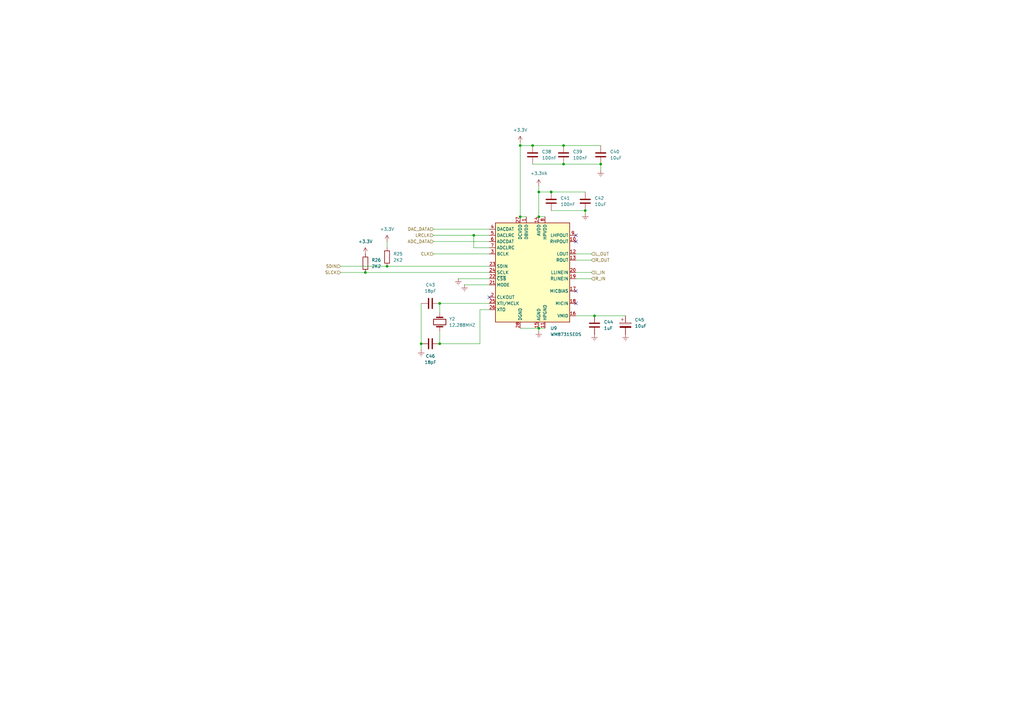
<source format=kicad_sch>
(kicad_sch (version 20231120) (generator "eeschema") (generator_version "8.0")
  (paper "A3")
  (lib_symbols
    (symbol "Audio:WM8731SEDS"
      (property "Reference" "U" (at -13.97 21.59 0))
      (property "Value" "WM8731SEDS" (at 0 5.08 0))
      (symbol "WM8731SEDS_0_1"
        (rectangle (start -15.24 20.32) (end 15.24 -20.32) (stroke (width 0.254)) (fill (type background)))
      )
      (symbol "WM8731SEDS_1_1"
        (pin power_in line (at -2.54 22.86 270) (length 2.54) (name "DBVDD") (number "1"))
        (pin output line (at 17.78 12.7 180) (length 2.54) (name "RHPOUT") (number "10"))
        (pin power_in line (at 5.08 -22.86 90) (length 2.54) (name "HPGND") (number "11"))
        (pin output line (at 17.78 7.62 180) (length 2.54) (name "LOUT") (number "12"))
        (pin output line (at 17.78 5.08 180) (length 2.54) (name "ROUT") (number "13"))
        (pin power_in line (at 2.54 22.86 270) (length 2.54) (name "AVDD") (number "14"))
        (pin power_in line (at 2.54 -22.86 90) (length 2.54) (name "AGND") (number "15"))
        (pin passive line (at 17.78 -17.78 180) (length 2.54) (name "VMID") (number "16"))
        (pin output line (at 17.78 -7.62 180) (length 2.54) (name "MICBIAS") (number "17"))
        (pin input line (at 17.78 -12.7 180) (length 2.54) (name "MICIN") (number "18"))
        (pin input line (at 17.78 -2.54 180) (length 2.54) (name "RLINEIN") (number "19"))
        (pin output line (at -17.78 -10.16 0) (length 2.54) (name "CLKOUT") (number "2"))
        (pin input line (at 17.78 0 180) (length 2.54) (name "LLINEIN") (number "20"))
        (pin input line (at -17.78 -5.08 0) (length 2.54) (name "MODE") (number "21"))
        (pin input line (at -17.78 -2.54 0) (length 2.54) (name "~{CSB}") (number "22"))
        (pin bidirectional line (at -17.78 2.54 0) (length 2.54) (name "SDIN") (number "23"))
        (pin input line (at -17.78 0 0) (length 2.54) (name "SCLK") (number "24"))
        (pin input line (at -17.78 -12.7 0) (length 2.54) (name "XTI/MCLK") (number "25"))
        (pin output line (at -17.78 -15.24 0) (length 2.54) (name "XTO") (number "26"))
        (pin power_in line (at -5.08 22.86 270) (length 2.54) (name "DCVDD") (number "27"))
        (pin power_in line (at -5.08 -22.86 90) (length 2.54) (name "DGND") (number "28"))
        (pin bidirectional line (at -17.78 7.62 0) (length 2.54) (name "BCLK") (number "3"))
        (pin input line (at -17.78 17.78 0) (length 2.54) (name "DACDAT") (number "4"))
        (pin bidirectional line (at -17.78 15.24 0) (length 2.54) (name "DACLRC") (number "5"))
        (pin output line (at -17.78 12.7 0) (length 2.54) (name "ADCDAT") (number "6"))
        (pin bidirectional line (at -17.78 10.16 0) (length 2.54) (name "ADCLRC") (number "7"))
        (pin power_in line (at 5.08 22.86 270) (length 2.54) (name "HPVDD") (number "8"))
        (pin output line (at 17.78 15.24 180) (length 2.54) (name "LHPOUT") (number "9"))
      )
    )
    (symbol "Device:C" (pin_numbers hide) (pin_names (offset 0.254))
      (property "Reference" "C" (at 0.635 2.54 0))
      (property "Value" "C" (at 0.635 -2.54 0))
      (symbol "C_0_1"
        (polyline (pts (xy -2.032 -0.762) (xy 2.032 -0.762)) (stroke (width 0.508)))
        (polyline (pts (xy -2.032 0.762) (xy 2.032 0.762)) (stroke (width 0.508)))
      )
      (symbol "C_1_1"
        (pin passive line (at 0 3.81 270) (length 2.794) (name "~") (number "1"))
        (pin passive line (at 0 -3.81 90) (length 2.794) (name "~") (number "2"))
      )
    )
    (symbol "Device:C_Polarized" (pin_numbers hide) (pin_names (offset 0.254))
      (property "Reference" "C" (at 0.635 2.54 0))
      (property "Value" "C_Polarized" (at 0.635 -2.54 0))
      (symbol "C_Polarized_0_1"
        (rectangle (start -2.286 0.508) (end 2.286 1.016))
        (polyline (pts (xy -1.778 2.286) (xy -0.762 2.286)))
        (polyline (pts (xy -1.27 2.794) (xy -1.27 1.778)))
        (rectangle (start 2.286 -0.508) (end -2.286 -1.016) (fill (type outline)))
      )
      (symbol "C_Polarized_1_1"
        (pin passive line (at 0 3.81 270) (length 2.794) (name "~") (number "1"))
        (pin passive line (at 0 -3.81 90) (length 2.794) (name "~") (number "2"))
      )
    )
    (symbol "Device:Crystal" (pin_numbers hide) (pin_names (offset 1.016) hide)
      (property "Reference" "Y" (at 0 3.81 0))
      (property "Value" "Crystal" (at 0 -3.81 0))
      (symbol "Crystal_0_1"
        (rectangle (start -1.143 2.54) (end 1.143 -2.54) (stroke (width 0.3048)))
        (polyline (pts (xy -2.54 0) (xy -1.905 0)))
        (polyline (pts (xy -1.905 -1.27) (xy -1.905 1.27)) (stroke (width 0.508)))
        (polyline (pts (xy 1.905 -1.27) (xy 1.905 1.27)) (stroke (width 0.508)))
        (polyline (pts (xy 2.54 0) (xy 1.905 0)))
      )
      (symbol "Crystal_1_1"
        (pin passive line (at -3.81 0 0) (length 1.27) (name "1") (number "1"))
        (pin passive line (at 3.81 0 180) (length 1.27) (name "2") (number "2"))
      )
    )
    (symbol "Device:R" (pin_numbers hide) (pin_names (offset 0))
      (property "Reference" "R" (at 2.032 0 90))
      (property "Value" "R" (at 0 0 90))
      (symbol "R_0_1"
        (rectangle (start -1.016 -2.54) (end 1.016 2.54) (stroke (width 0.254)))
      )
      (symbol "R_1_1"
        (pin passive line (at 0 3.81 270) (length 1.27) (name "~") (number "1"))
        (pin passive line (at 0 -3.81 90) (length 1.27) (name "~") (number "2"))
      )
    )
    (symbol "power:+3.3V" (power) (pin_numbers hide) (pin_names (offset 0) hide)
      (property "Value" "+3.3V" (at 0 3.556 0))
      (symbol "+3.3V_0_1"
        (polyline (pts (xy -0.762 1.27) (xy 0 2.54)))
        (polyline (pts (xy 0 0) (xy 0 2.54)))
        (polyline (pts (xy 0 2.54) (xy 0.762 1.27)))
      )
      (symbol "+3.3V_1_1"
        (pin power_in line (at 0 0 90) (length 0) (name "~") (number "1"))
      )
    )
    (symbol "power:GNDREF" (power) (pin_numbers hide) (pin_names (offset 0) hide)
      (property "Value" "GNDREF" (at 0 -3.81 0))
      (symbol "GNDREF_0_1"
        (polyline (pts (xy -0.635 -1.905) (xy 0.635 -1.905)))
        (polyline (pts (xy -0.127 -2.54) (xy 0.127 -2.54)))
        (polyline (pts (xy 0 -1.27) (xy 0 0)))
        (polyline (pts (xy 1.27 -1.27) (xy -1.27 -1.27)))
      )
      (symbol "GNDREF_1_1"
        (pin power_in line (at 0 0 270) (length 0) (name "~") (number "1"))
      )
    )
  )
  (junction (at 240.03 86.36))
  (junction (at 231.14 59.69))
  (junction (at 246.38 67.31))
  (junction (at 180.34 124.46))
  (junction (at 213.36 59.69))
  (junction (at 220.98 88.9))
  (junction (at 243.84 129.54))
  (junction (at 194.31 96.52))
  (junction (at 180.34 140.97))
  (junction (at 172.72 140.97))
  (junction (at 158.75 109.22))
  (junction (at 220.98 134.62))
  (junction (at 213.36 88.9))
  (junction (at 226.06 78.74))
  (junction (at 220.98 78.74))
  (junction (at 231.14 67.31))
  (junction (at 218.44 59.69))
  (junction (at 149.86 111.76))
  (no_connect (at 200.66 121.92))
  (no_connect (at 236.22 119.38))
  (no_connect (at 236.22 99.06))
  (no_connect (at 236.22 124.46))
  (no_connect (at 236.22 96.52))
  (wire (pts (xy 240.03 86.36) (xy 226.06 86.36)))
  (wire (pts (xy 194.31 96.52) (xy 200.66 96.52)))
  (wire (pts (xy 213.36 88.9) (xy 215.9 88.9)))
  (wire (pts (xy 242.57 104.14) (xy 236.22 104.14)))
  (wire (pts (xy 177.8 104.14) (xy 200.66 104.14)))
  (wire (pts (xy 139.7 111.76) (xy 149.86 111.76)))
  (wire (pts (xy 180.34 135.89) (xy 180.34 140.97)))
  (wire (pts (xy 236.22 114.3) (xy 242.57 114.3)))
  (wire (pts (xy 243.84 129.54) (xy 256.54 129.54)))
  (wire (pts (xy 190.5 116.84) (xy 200.66 116.84)))
  (wire (pts (xy 172.72 140.97) (xy 172.72 143.51)))
  (wire (pts (xy 236.22 111.76) (xy 242.57 111.76)))
  (wire (pts (xy 231.14 59.69) (xy 246.38 59.69)))
  (wire (pts (xy 196.85 127) (xy 196.85 140.97)))
  (wire (pts (xy 213.36 59.69) (xy 213.36 88.9)))
  (wire (pts (xy 177.8 96.52) (xy 194.31 96.52)))
  (wire (pts (xy 220.98 78.74) (xy 226.06 78.74)))
  (wire (pts (xy 231.14 67.31) (xy 246.38 67.31)))
  (wire (pts (xy 158.75 109.22) (xy 200.66 109.22)))
  (wire (pts (xy 177.8 99.06) (xy 200.66 99.06)))
  (wire (pts (xy 246.38 69.85) (xy 246.38 67.31)))
  (wire (pts (xy 158.75 99.06) (xy 158.75 101.6)))
  (wire (pts (xy 139.7 109.22) (xy 158.75 109.22)))
  (wire (pts (xy 236.22 106.68) (xy 242.57 106.68)))
  (wire (pts (xy 194.31 101.6) (xy 194.31 96.52)))
  (wire (pts (xy 213.36 134.62) (xy 220.98 134.62)))
  (wire (pts (xy 213.36 58.42) (xy 213.36 59.69)))
  (wire (pts (xy 218.44 67.31) (xy 231.14 67.31)))
  (wire (pts (xy 187.96 114.3) (xy 200.66 114.3)))
  (wire (pts (xy 240.03 86.36) (xy 240.03 87.63)))
  (wire (pts (xy 220.98 88.9) (xy 223.52 88.9)))
  (wire (pts (xy 180.34 124.46) (xy 200.66 124.46)))
  (wire (pts (xy 213.36 59.69) (xy 218.44 59.69)))
  (wire (pts (xy 226.06 78.74) (xy 240.03 78.74)))
  (wire (pts (xy 177.8 93.98) (xy 200.66 93.98)))
  (wire (pts (xy 172.72 124.46) (xy 172.72 140.97)))
  (wire (pts (xy 220.98 134.62) (xy 223.52 134.62)))
  (wire (pts (xy 218.44 59.69) (xy 231.14 59.69)))
  (wire (pts (xy 220.98 76.2) (xy 220.98 78.74)))
  (wire (pts (xy 194.31 101.6) (xy 200.66 101.6)))
  (wire (pts (xy 220.98 78.74) (xy 220.98 88.9)))
  (wire (pts (xy 196.85 140.97) (xy 180.34 140.97)))
  (wire (pts (xy 243.84 129.54) (xy 236.22 129.54)))
  (wire (pts (xy 180.34 128.27) (xy 180.34 124.46)))
  (wire (pts (xy 220.98 135.89) (xy 220.98 134.62)))
  (wire (pts (xy 149.86 111.76) (xy 200.66 111.76)))
  (wire (pts (xy 200.66 127) (xy 196.85 127)))
  (hierarchical_label "R_OUT" (shape input) (at 242.57 106.68 0))
  (hierarchical_label "L_IN" (shape input) (at 242.57 111.76 0))
  (hierarchical_label "ADC_DATA" (shape input) (at 177.8 99.06 180))
  (hierarchical_label "SDIN" (shape input) (at 139.7 109.22 180))
  (hierarchical_label "SLCK" (shape input) (at 139.7 111.76 180))
  (hierarchical_label "LRCLK" (shape input) (at 177.8 96.52 180))
  (hierarchical_label "CLK" (shape input) (at 177.8 104.14 180))
  (hierarchical_label "R_IN" (shape input) (at 242.57 114.3 0))
  (hierarchical_label "L_OUT" (shape input) (at 242.57 104.14 0))
  (hierarchical_label "DAC_DATA" (shape input) (at 177.8 93.98 180))
  (symbol (lib_id "Device:C") (at 226.06 82.55 180) (unit 1)
    (property "Reference" "C41" (at 229.87 81.2799 0) (effects (justify right)))
    (property "Value" "100nF" (at 229.87 83.8199 0) (effects (justify right)))
    (property "Footprint" "Capacitor_SMD:C_0805_2012Metric_Pad1.18x1.45mm_HandSolder" (effects (hide yes)))
    (property "Description" "Unpolarized capacitor" (effects (hide yes)))
  )
  (symbol (lib_id "power:GNDREF") (at 190.5 116.84 0) (unit 1)
    (property "Reference" "#PWR069" (effects (hide yes)))
    (property "Value" "GNDREF" (effects (hide yes)))
    (property "Description" "Power symbol creates a global label with name \"GNDREF\" , reference supply ground" (effects (hide yes)))
  )
  (symbol (lib_id "power:GNDREF") (at 220.98 135.89 0) (unit 1)
    (property "Reference" "#PWR070" (effects (hide yes)))
    (property "Value" "GNDREF" (effects (hide yes)))
    (property "Description" "Power symbol creates a global label with name \"GNDREF\" , reference supply ground" (effects (hide yes)))
  )
  (symbol (lib_id "Device:C") (at 176.53 124.46 270) (unit 1)
    (property "Reference" "C43" (at 176.53 116.84 90))
    (property "Value" "18pF" (at 176.53 119.38 90))
    (property "Footprint" "Capacitor_SMD:C_0805_2012Metric_Pad1.18x1.45mm_HandSolder" (effects (hide yes)))
    (property "Description" "Unpolarized capacitor" (effects (hide yes)))
  )
  (symbol (lib_id "power:GNDREF") (at 240.03 87.63 0) (unit 1)
    (property "Reference" "#PWR065" (effects (hide yes)))
    (property "Value" "GNDREF" (effects (hide yes)))
    (property "Description" "Power symbol creates a global label with name \"GNDREF\" , reference supply ground" (effects (hide yes)))
  )
  (symbol (lib_id "Device:C") (at 243.84 133.35 180) (unit 1)
    (property "Reference" "C44" (at 247.65 132.0799 0) (effects (justify right)))
    (property "Value" "1uF" (at 247.65 134.6199 0) (effects (justify right)))
    (property "Footprint" "Capacitor_SMD:C_0805_2012Metric_Pad1.18x1.45mm_HandSolder" (effects (hide yes)))
    (property "Description" "Unpolarized capacitor" (effects (hide yes)))
  )
  (symbol (lib_id "power:GNDREF") (at 172.72 143.51 0) (unit 1)
    (property "Reference" "#PWR073" (effects (hide yes)))
    (property "Value" "GNDREF" (effects (hide yes)))
    (property "Description" "Power symbol creates a global label with name \"GNDREF\" , reference supply ground" (effects (hide yes)))
  )
  (symbol (lib_id "Device:R") (at 149.86 107.95 180) (unit 1)
    (property "Reference" "R26" (at 152.4 106.6799 0) (effects (justify right)))
    (property "Value" "2K2" (at 152.4 109.2199 0) (effects (justify right)))
    (property "Footprint" "Resistor_SMD:R_0805_2012Metric_Pad1.20x1.40mm_HandSolder" (effects (hide yes)))
    (property "Description" "Resistor" (effects (hide yes)))
  )
  (symbol (lib_id "power:GNDREF") (at 243.84 137.16 0) (unit 1)
    (property "Reference" "#PWR071" (effects (hide yes)))
    (property "Value" "GNDREF" (effects (hide yes)))
    (property "Description" "Power symbol creates a global label with name \"GNDREF\" , reference supply ground" (effects (hide yes)))
  )
  (symbol (lib_id "Device:C") (at 240.03 82.55 180) (unit 1)
    (property "Reference" "C42" (at 243.84 81.2799 0) (effects (justify right)))
    (property "Value" "10uF" (at 243.84 83.8199 0) (effects (justify right)))
    (property "Footprint" "Capacitor_SMD:C_0805_2012Metric_Pad1.18x1.45mm_HandSolder" (effects (hide yes)))
    (property "Description" "Unpolarized capacitor" (effects (hide yes)))
  )
  (symbol (lib_id "power:GNDREF") (at 256.54 137.16 0) (unit 1)
    (property "Reference" "#PWR072" (effects (hide yes)))
    (property "Value" "GNDREF" (effects (hide yes)))
    (property "Description" "Power symbol creates a global label with name \"GNDREF\" , reference supply ground" (effects (hide yes)))
  )
  (symbol (lib_id "Audio:WM8731SEDS") (at 218.44 111.76 0) (unit 1)
    (property "Reference" "U9" (at 225.7141 134.62 0) (effects (justify left)))
    (property "Value" "WM8731SEDS" (at 225.7141 137.16 0) (effects (justify left)))
    (property "Footprint" "Package_SO:SSOP-28_5.3x10.2mm_P0.65mm" (effects (hide yes)))
    (property "Datasheet" "https://statics.cirrus.com/pubs/proDatasheet/WM8731_v4.9.pdf" (effects (hide yes)))
    (property "Description" "Portable Internet Audio CODEC with Headphone Driver and Programmable Sample Rates, SSOP-28" (effects (hide yes)))
  )
  (symbol (lib_id "Device:R") (at 158.75 105.41 0) (unit 1)
    (property "Reference" "R25" (at 161.29 104.1399 0) (effects (justify left)))
    (property "Value" "2K2" (at 161.29 106.6799 0) (effects (justify left)))
    (property "Footprint" "Resistor_SMD:R_0805_2012Metric_Pad1.20x1.40mm_HandSolder" (effects (hide yes)))
    (property "Description" "Resistor" (effects (hide yes)))
  )
  (symbol (lib_id "Device:C") (at 218.44 63.5 180) (unit 1)
    (property "Reference" "C38" (at 222.25 62.2299 0) (effects (justify right)))
    (property "Value" "100nF" (at 222.25 64.7699 0) (effects (justify right)))
    (property "Footprint" "Capacitor_SMD:C_0805_2012Metric_Pad1.18x1.45mm_HandSolder" (effects (hide yes)))
    (property "Description" "Unpolarized capacitor" (effects (hide yes)))
  )
  (symbol (lib_id "Device:C") (at 231.14 63.5 180) (unit 1)
    (property "Reference" "C39" (at 234.95 62.2299 0) (effects (justify right)))
    (property "Value" "100nF" (at 234.95 64.7699 0) (effects (justify right)))
    (property "Footprint" "Capacitor_SMD:C_0805_2012Metric_Pad1.18x1.45mm_HandSolder" (effects (hide yes)))
    (property "Description" "Unpolarized capacitor" (effects (hide yes)))
  )
  (symbol (lib_id "power:+3.3V") (at 158.75 99.06 0) (unit 1)
    (property "Reference" "#PWR066" (effects (hide yes)))
    (property "Value" "+3.3V" (at 158.75 93.98 0))
    (property "Description" "Power symbol creates a global label with name \"+3.3V\"" (effects (hide yes)))
  )
  (symbol (lib_id "Device:C") (at 176.53 140.97 270) (unit 1)
    (property "Reference" "C46" (at 176.53 146.05 90))
    (property "Value" "18pF" (at 176.53 148.59 90))
    (property "Footprint" "Capacitor_SMD:C_0805_2012Metric_Pad1.18x1.45mm_HandSolder" (effects (hide yes)))
    (property "Description" "Unpolarized capacitor" (effects (hide yes)))
  )
  (symbol (lib_id "power:+3.3V") (at 220.98 76.2 0) (unit 1)
    (property "Reference" "#PWR064" (effects (hide yes)))
    (property "Value" "+3.3VA" (at 220.98 71.12 0))
    (property "Description" "Power symbol creates a global label with name \"+3.3V\"" (effects (hide yes)))
  )
  (symbol (lib_id "Device:Crystal") (at 180.34 132.08 270) (unit 1)
    (property "Reference" "Y2" (at 184.15 130.8099 90) (effects (justify left)))
    (property "Value" "12.288MHZ" (at 184.15 133.3499 90) (effects (justify left)))
    (property "Footprint" "Crystal:Crystal_HC49-U_Vertical" (effects (hide yes)))
    (property "Description" "Two pin crystal" (effects (hide yes)))
  )
  (symbol (lib_id "power:GNDREF") (at 187.96 114.3 0) (unit 1)
    (property "Reference" "#PWR068" (effects (hide yes)))
    (property "Value" "GNDREF" (effects (hide yes)))
    (property "Description" "Power symbol creates a global label with name \"GNDREF\" , reference supply ground" (effects (hide yes)))
  )
  (symbol (lib_id "power:+3.3V") (at 149.86 104.14 0) (unit 1)
    (property "Reference" "#PWR067" (effects (hide yes)))
    (property "Value" "+3.3V" (at 149.86 99.06 0))
    (property "Description" "Power symbol creates a global label with name \"+3.3V\"" (effects (hide yes)))
  )
  (symbol (lib_id "power:GNDREF") (at 246.38 69.85 0) (unit 1)
    (property "Reference" "#PWR063" (effects (hide yes)))
    (property "Value" "GNDREF" (effects (hide yes)))
    (property "Description" "Power symbol creates a global label with name \"GNDREF\" , reference supply ground" (effects (hide yes)))
  )
  (symbol (lib_id "Device:C") (at 246.38 63.5 180) (unit 1)
    (property "Reference" "C40" (at 250.19 62.2299 0) (effects (justify right)))
    (property "Value" "10uF" (at 250.19 64.7699 0) (effects (justify right)))
    (property "Footprint" "Capacitor_SMD:C_0805_2012Metric_Pad1.18x1.45mm_HandSolder" (effects (hide yes)))
    (property "Description" "Unpolarized capacitor" (effects (hide yes)))
  )
  (symbol (lib_id "power:+3.3V") (at 213.36 58.42 0) (unit 1)
    (property "Reference" "#PWR062" (effects (hide yes)))
    (property "Value" "+3.3V" (at 213.36 53.34 0))
    (property "Description" "Power symbol creates a global label with name \"+3.3V\"" (effects (hide yes)))
  )
  (symbol (lib_id "Device:C_Polarized") (at 256.54 133.35 0) (unit 1)
    (property "Reference" "C45" (at 260.35 131.1909 0) (effects (justify left)))
    (property "Value" "10uF" (at 260.35 133.7309 0) (effects (justify left)))
    (property "Footprint" "Capacitor_THT:CP_Radial_D4.0mm_P2.00mm" (effects (hide yes)))
    (property "Description" "Polarized capacitor" (effects (hide yes)))
  )
)
</source>
